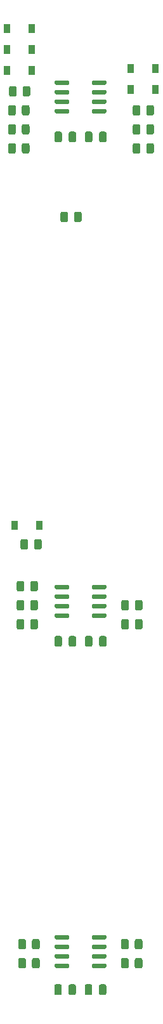
<source format=gbp>
G04 #@! TF.GenerationSoftware,KiCad,Pcbnew,6.0.5+dfsg-1~bpo11+1*
G04 #@! TF.CreationDate,2022-08-16T14:52:49+00:00*
G04 #@! TF.ProjectId,envelope_follower,656e7665-6c6f-4706-955f-666f6c6c6f77,0*
G04 #@! TF.SameCoordinates,Original*
G04 #@! TF.FileFunction,Paste,Bot*
G04 #@! TF.FilePolarity,Positive*
%FSLAX46Y46*%
G04 Gerber Fmt 4.6, Leading zero omitted, Abs format (unit mm)*
G04 Created by KiCad (PCBNEW 6.0.5+dfsg-1~bpo11+1) date 2022-08-16 14:52:49*
%MOMM*%
%LPD*%
G01*
G04 APERTURE LIST*
%ADD10R,0.900000X1.200000*%
G04 APERTURE END LIST*
G36*
G01*
X105050000Y-175745000D02*
X105050000Y-176045000D01*
G75*
G02*
X104900000Y-176195000I-150000J0D01*
G01*
X103250000Y-176195000D01*
G75*
G02*
X103100000Y-176045000I0J150000D01*
G01*
X103100000Y-175745000D01*
G75*
G02*
X103250000Y-175595000I150000J0D01*
G01*
X104900000Y-175595000D01*
G75*
G02*
X105050000Y-175745000I0J-150000D01*
G01*
G37*
G36*
G01*
X105050000Y-177015000D02*
X105050000Y-177315000D01*
G75*
G02*
X104900000Y-177465000I-150000J0D01*
G01*
X103250000Y-177465000D01*
G75*
G02*
X103100000Y-177315000I0J150000D01*
G01*
X103100000Y-177015000D01*
G75*
G02*
X103250000Y-176865000I150000J0D01*
G01*
X104900000Y-176865000D01*
G75*
G02*
X105050000Y-177015000I0J-150000D01*
G01*
G37*
G36*
G01*
X105050000Y-178285000D02*
X105050000Y-178585000D01*
G75*
G02*
X104900000Y-178735000I-150000J0D01*
G01*
X103250000Y-178735000D01*
G75*
G02*
X103100000Y-178585000I0J150000D01*
G01*
X103100000Y-178285000D01*
G75*
G02*
X103250000Y-178135000I150000J0D01*
G01*
X104900000Y-178135000D01*
G75*
G02*
X105050000Y-178285000I0J-150000D01*
G01*
G37*
G36*
G01*
X105050000Y-179555000D02*
X105050000Y-179855000D01*
G75*
G02*
X104900000Y-180005000I-150000J0D01*
G01*
X103250000Y-180005000D01*
G75*
G02*
X103100000Y-179855000I0J150000D01*
G01*
X103100000Y-179555000D01*
G75*
G02*
X103250000Y-179405000I150000J0D01*
G01*
X104900000Y-179405000D01*
G75*
G02*
X105050000Y-179555000I0J-150000D01*
G01*
G37*
G36*
G01*
X100100000Y-179555000D02*
X100100000Y-179855000D01*
G75*
G02*
X99950000Y-180005000I-150000J0D01*
G01*
X98300000Y-180005000D01*
G75*
G02*
X98150000Y-179855000I0J150000D01*
G01*
X98150000Y-179555000D01*
G75*
G02*
X98300000Y-179405000I150000J0D01*
G01*
X99950000Y-179405000D01*
G75*
G02*
X100100000Y-179555000I0J-150000D01*
G01*
G37*
G36*
G01*
X100100000Y-178285000D02*
X100100000Y-178585000D01*
G75*
G02*
X99950000Y-178735000I-150000J0D01*
G01*
X98300000Y-178735000D01*
G75*
G02*
X98150000Y-178585000I0J150000D01*
G01*
X98150000Y-178285000D01*
G75*
G02*
X98300000Y-178135000I150000J0D01*
G01*
X99950000Y-178135000D01*
G75*
G02*
X100100000Y-178285000I0J-150000D01*
G01*
G37*
G36*
G01*
X100100000Y-177015000D02*
X100100000Y-177315000D01*
G75*
G02*
X99950000Y-177465000I-150000J0D01*
G01*
X98300000Y-177465000D01*
G75*
G02*
X98150000Y-177315000I0J150000D01*
G01*
X98150000Y-177015000D01*
G75*
G02*
X98300000Y-176865000I150000J0D01*
G01*
X99950000Y-176865000D01*
G75*
G02*
X100100000Y-177015000I0J-150000D01*
G01*
G37*
G36*
G01*
X100100000Y-175745000D02*
X100100000Y-176045000D01*
G75*
G02*
X99950000Y-176195000I-150000J0D01*
G01*
X98300000Y-176195000D01*
G75*
G02*
X98150000Y-176045000I0J150000D01*
G01*
X98150000Y-175745000D01*
G75*
G02*
X98300000Y-175595000I150000J0D01*
G01*
X99950000Y-175595000D01*
G75*
G02*
X100100000Y-175745000I0J-150000D01*
G01*
G37*
G36*
G01*
X93063000Y-134562000D02*
X93063000Y-133662000D01*
G75*
G02*
X93313000Y-133412000I250000J0D01*
G01*
X93838000Y-133412000D01*
G75*
G02*
X94088000Y-133662000I0J-250000D01*
G01*
X94088000Y-134562000D01*
G75*
G02*
X93838000Y-134812000I-250000J0D01*
G01*
X93313000Y-134812000D01*
G75*
G02*
X93063000Y-134562000I0J250000D01*
G01*
G37*
G36*
G01*
X94888000Y-134562000D02*
X94888000Y-133662000D01*
G75*
G02*
X95138000Y-133412000I250000J0D01*
G01*
X95663000Y-133412000D01*
G75*
G02*
X95913000Y-133662000I0J-250000D01*
G01*
X95913000Y-134562000D01*
G75*
G02*
X95663000Y-134812000I-250000J0D01*
G01*
X95138000Y-134812000D01*
G75*
G02*
X94888000Y-134562000I0J250000D01*
G01*
G37*
G36*
G01*
X109883000Y-133662000D02*
X109883000Y-134562000D01*
G75*
G02*
X109633000Y-134812000I-250000J0D01*
G01*
X109108000Y-134812000D01*
G75*
G02*
X108858000Y-134562000I0J250000D01*
G01*
X108858000Y-133662000D01*
G75*
G02*
X109108000Y-133412000I250000J0D01*
G01*
X109633000Y-133412000D01*
G75*
G02*
X109883000Y-133662000I0J-250000D01*
G01*
G37*
G36*
G01*
X108058000Y-133662000D02*
X108058000Y-134562000D01*
G75*
G02*
X107808000Y-134812000I-250000J0D01*
G01*
X107283000Y-134812000D01*
G75*
G02*
X107033000Y-134562000I0J250000D01*
G01*
X107033000Y-133662000D01*
G75*
G02*
X107283000Y-133412000I250000J0D01*
G01*
X107808000Y-133412000D01*
G75*
G02*
X108058000Y-133662000I0J-250000D01*
G01*
G37*
G36*
G01*
X105082000Y-68613000D02*
X105082000Y-69563000D01*
G75*
G02*
X104832000Y-69813000I-250000J0D01*
G01*
X104332000Y-69813000D01*
G75*
G02*
X104082000Y-69563000I0J250000D01*
G01*
X104082000Y-68613000D01*
G75*
G02*
X104332000Y-68363000I250000J0D01*
G01*
X104832000Y-68363000D01*
G75*
G02*
X105082000Y-68613000I0J-250000D01*
G01*
G37*
G36*
G01*
X103182000Y-68613000D02*
X103182000Y-69563000D01*
G75*
G02*
X102932000Y-69813000I-250000J0D01*
G01*
X102432000Y-69813000D01*
G75*
G02*
X102182000Y-69563000I0J250000D01*
G01*
X102182000Y-68613000D01*
G75*
G02*
X102432000Y-68363000I250000J0D01*
G01*
X102932000Y-68363000D01*
G75*
G02*
X103182000Y-68613000I0J-250000D01*
G01*
G37*
G36*
G01*
X94793500Y-67622000D02*
X94793500Y-68522000D01*
G75*
G02*
X94543500Y-68772000I-250000J0D01*
G01*
X94018500Y-68772000D01*
G75*
G02*
X93768500Y-68522000I0J250000D01*
G01*
X93768500Y-67622000D01*
G75*
G02*
X94018500Y-67372000I250000J0D01*
G01*
X94543500Y-67372000D01*
G75*
G02*
X94793500Y-67622000I0J-250000D01*
G01*
G37*
G36*
G01*
X92968500Y-67622000D02*
X92968500Y-68522000D01*
G75*
G02*
X92718500Y-68772000I-250000J0D01*
G01*
X92193500Y-68772000D01*
G75*
G02*
X91943500Y-68522000I0J250000D01*
G01*
X91943500Y-67622000D01*
G75*
G02*
X92193500Y-67372000I250000J0D01*
G01*
X92718500Y-67372000D01*
G75*
G02*
X92968500Y-67622000I0J-250000D01*
G01*
G37*
G36*
G01*
X107013259Y-177260000D02*
X107013259Y-176360000D01*
G75*
G02*
X107263259Y-176110000I250000J0D01*
G01*
X107788259Y-176110000D01*
G75*
G02*
X108038259Y-176360000I0J-250000D01*
G01*
X108038259Y-177260000D01*
G75*
G02*
X107788259Y-177510000I-250000J0D01*
G01*
X107263259Y-177510000D01*
G75*
G02*
X107013259Y-177260000I0J250000D01*
G01*
G37*
G36*
G01*
X108838259Y-177260000D02*
X108838259Y-176360000D01*
G75*
G02*
X109088259Y-176110000I250000J0D01*
G01*
X109613259Y-176110000D01*
G75*
G02*
X109863259Y-176360000I0J-250000D01*
G01*
X109863259Y-177260000D01*
G75*
G02*
X109613259Y-177510000I-250000J0D01*
G01*
X109088259Y-177510000D01*
G75*
G02*
X108838259Y-177260000I0J250000D01*
G01*
G37*
G36*
G01*
X109883000Y-131122000D02*
X109883000Y-132022000D01*
G75*
G02*
X109633000Y-132272000I-250000J0D01*
G01*
X109108000Y-132272000D01*
G75*
G02*
X108858000Y-132022000I0J250000D01*
G01*
X108858000Y-131122000D01*
G75*
G02*
X109108000Y-130872000I250000J0D01*
G01*
X109633000Y-130872000D01*
G75*
G02*
X109883000Y-131122000I0J-250000D01*
G01*
G37*
G36*
G01*
X108058000Y-131122000D02*
X108058000Y-132022000D01*
G75*
G02*
X107808000Y-132272000I-250000J0D01*
G01*
X107283000Y-132272000D01*
G75*
G02*
X107033000Y-132022000I0J250000D01*
G01*
X107033000Y-131122000D01*
G75*
G02*
X107283000Y-130872000I250000J0D01*
G01*
X107808000Y-130872000D01*
G75*
G02*
X108058000Y-131122000I0J-250000D01*
G01*
G37*
D10*
X111632000Y-59944000D03*
X108332000Y-59944000D03*
G36*
G01*
X100998259Y-182405000D02*
X100998259Y-183355000D01*
G75*
G02*
X100748259Y-183605000I-250000J0D01*
G01*
X100248259Y-183605000D01*
G75*
G02*
X99998259Y-183355000I0J250000D01*
G01*
X99998259Y-182405000D01*
G75*
G02*
X100248259Y-182155000I250000J0D01*
G01*
X100748259Y-182155000D01*
G75*
G02*
X100998259Y-182405000I0J-250000D01*
G01*
G37*
G36*
G01*
X99098259Y-182405000D02*
X99098259Y-183355000D01*
G75*
G02*
X98848259Y-183605000I-250000J0D01*
G01*
X98348259Y-183605000D01*
G75*
G02*
X98098259Y-183355000I0J250000D01*
G01*
X98098259Y-182405000D01*
G75*
G02*
X98348259Y-182155000I250000J0D01*
G01*
X98848259Y-182155000D01*
G75*
G02*
X99098259Y-182405000I0J-250000D01*
G01*
G37*
G36*
G01*
X105050000Y-129009000D02*
X105050000Y-129309000D01*
G75*
G02*
X104900000Y-129459000I-150000J0D01*
G01*
X103250000Y-129459000D01*
G75*
G02*
X103100000Y-129309000I0J150000D01*
G01*
X103100000Y-129009000D01*
G75*
G02*
X103250000Y-128859000I150000J0D01*
G01*
X104900000Y-128859000D01*
G75*
G02*
X105050000Y-129009000I0J-150000D01*
G01*
G37*
G36*
G01*
X105050000Y-130279000D02*
X105050000Y-130579000D01*
G75*
G02*
X104900000Y-130729000I-150000J0D01*
G01*
X103250000Y-130729000D01*
G75*
G02*
X103100000Y-130579000I0J150000D01*
G01*
X103100000Y-130279000D01*
G75*
G02*
X103250000Y-130129000I150000J0D01*
G01*
X104900000Y-130129000D01*
G75*
G02*
X105050000Y-130279000I0J-150000D01*
G01*
G37*
G36*
G01*
X105050000Y-131549000D02*
X105050000Y-131849000D01*
G75*
G02*
X104900000Y-131999000I-150000J0D01*
G01*
X103250000Y-131999000D01*
G75*
G02*
X103100000Y-131849000I0J150000D01*
G01*
X103100000Y-131549000D01*
G75*
G02*
X103250000Y-131399000I150000J0D01*
G01*
X104900000Y-131399000D01*
G75*
G02*
X105050000Y-131549000I0J-150000D01*
G01*
G37*
G36*
G01*
X105050000Y-132819000D02*
X105050000Y-133119000D01*
G75*
G02*
X104900000Y-133269000I-150000J0D01*
G01*
X103250000Y-133269000D01*
G75*
G02*
X103100000Y-133119000I0J150000D01*
G01*
X103100000Y-132819000D01*
G75*
G02*
X103250000Y-132669000I150000J0D01*
G01*
X104900000Y-132669000D01*
G75*
G02*
X105050000Y-132819000I0J-150000D01*
G01*
G37*
G36*
G01*
X100100000Y-132819000D02*
X100100000Y-133119000D01*
G75*
G02*
X99950000Y-133269000I-150000J0D01*
G01*
X98300000Y-133269000D01*
G75*
G02*
X98150000Y-133119000I0J150000D01*
G01*
X98150000Y-132819000D01*
G75*
G02*
X98300000Y-132669000I150000J0D01*
G01*
X99950000Y-132669000D01*
G75*
G02*
X100100000Y-132819000I0J-150000D01*
G01*
G37*
G36*
G01*
X100100000Y-131549000D02*
X100100000Y-131849000D01*
G75*
G02*
X99950000Y-131999000I-150000J0D01*
G01*
X98300000Y-131999000D01*
G75*
G02*
X98150000Y-131849000I0J150000D01*
G01*
X98150000Y-131549000D01*
G75*
G02*
X98300000Y-131399000I150000J0D01*
G01*
X99950000Y-131399000D01*
G75*
G02*
X100100000Y-131549000I0J-150000D01*
G01*
G37*
G36*
G01*
X100100000Y-130279000D02*
X100100000Y-130579000D01*
G75*
G02*
X99950000Y-130729000I-150000J0D01*
G01*
X98300000Y-130729000D01*
G75*
G02*
X98150000Y-130579000I0J150000D01*
G01*
X98150000Y-130279000D01*
G75*
G02*
X98300000Y-130129000I150000J0D01*
G01*
X99950000Y-130129000D01*
G75*
G02*
X100100000Y-130279000I0J-150000D01*
G01*
G37*
G36*
G01*
X100100000Y-129009000D02*
X100100000Y-129309000D01*
G75*
G02*
X99950000Y-129459000I-150000J0D01*
G01*
X98300000Y-129459000D01*
G75*
G02*
X98150000Y-129309000I0J150000D01*
G01*
X98150000Y-129009000D01*
G75*
G02*
X98300000Y-128859000I150000J0D01*
G01*
X99950000Y-128859000D01*
G75*
G02*
X100100000Y-129009000I0J-150000D01*
G01*
G37*
G36*
G01*
X91943500Y-65982000D02*
X91943500Y-65082000D01*
G75*
G02*
X92193500Y-64832000I250000J0D01*
G01*
X92718500Y-64832000D01*
G75*
G02*
X92968500Y-65082000I0J-250000D01*
G01*
X92968500Y-65982000D01*
G75*
G02*
X92718500Y-66232000I-250000J0D01*
G01*
X92193500Y-66232000D01*
G75*
G02*
X91943500Y-65982000I0J250000D01*
G01*
G37*
G36*
G01*
X93768500Y-65982000D02*
X93768500Y-65082000D01*
G75*
G02*
X94018500Y-64832000I250000J0D01*
G01*
X94543500Y-64832000D01*
G75*
G02*
X94793500Y-65082000I0J-250000D01*
G01*
X94793500Y-65982000D01*
G75*
G02*
X94543500Y-66232000I-250000J0D01*
G01*
X94018500Y-66232000D01*
G75*
G02*
X93768500Y-65982000I0J250000D01*
G01*
G37*
G36*
G01*
X94793500Y-70162000D02*
X94793500Y-71062000D01*
G75*
G02*
X94543500Y-71312000I-250000J0D01*
G01*
X94018500Y-71312000D01*
G75*
G02*
X93768500Y-71062000I0J250000D01*
G01*
X93768500Y-70162000D01*
G75*
G02*
X94018500Y-69912000I250000J0D01*
G01*
X94543500Y-69912000D01*
G75*
G02*
X94793500Y-70162000I0J-250000D01*
G01*
G37*
G36*
G01*
X92968500Y-70162000D02*
X92968500Y-71062000D01*
G75*
G02*
X92718500Y-71312000I-250000J0D01*
G01*
X92193500Y-71312000D01*
G75*
G02*
X91943500Y-71062000I0J250000D01*
G01*
X91943500Y-70162000D01*
G75*
G02*
X92193500Y-69912000I250000J0D01*
G01*
X92718500Y-69912000D01*
G75*
G02*
X92968500Y-70162000I0J-250000D01*
G01*
G37*
G36*
G01*
X101755000Y-79306000D02*
X101755000Y-80206000D01*
G75*
G02*
X101505000Y-80456000I-250000J0D01*
G01*
X100980000Y-80456000D01*
G75*
G02*
X100730000Y-80206000I0J250000D01*
G01*
X100730000Y-79306000D01*
G75*
G02*
X100980000Y-79056000I250000J0D01*
G01*
X101505000Y-79056000D01*
G75*
G02*
X101755000Y-79306000I0J-250000D01*
G01*
G37*
G36*
G01*
X99930000Y-79306000D02*
X99930000Y-80206000D01*
G75*
G02*
X99680000Y-80456000I-250000J0D01*
G01*
X99155000Y-80456000D01*
G75*
G02*
X98905000Y-80206000I0J250000D01*
G01*
X98905000Y-79306000D01*
G75*
G02*
X99155000Y-79056000I250000J0D01*
G01*
X99680000Y-79056000D01*
G75*
G02*
X99930000Y-79306000I0J-250000D01*
G01*
G37*
X111632000Y-62738000D03*
X108332000Y-62738000D03*
G36*
G01*
X108557000Y-68522000D02*
X108557000Y-67622000D01*
G75*
G02*
X108807000Y-67372000I250000J0D01*
G01*
X109332000Y-67372000D01*
G75*
G02*
X109582000Y-67622000I0J-250000D01*
G01*
X109582000Y-68522000D01*
G75*
G02*
X109332000Y-68772000I-250000J0D01*
G01*
X108807000Y-68772000D01*
G75*
G02*
X108557000Y-68522000I0J250000D01*
G01*
G37*
G36*
G01*
X110382000Y-68522000D02*
X110382000Y-67622000D01*
G75*
G02*
X110632000Y-67372000I250000J0D01*
G01*
X111157000Y-67372000D01*
G75*
G02*
X111407000Y-67622000I0J-250000D01*
G01*
X111407000Y-68522000D01*
G75*
G02*
X111157000Y-68772000I-250000J0D01*
G01*
X110632000Y-68772000D01*
G75*
G02*
X110382000Y-68522000I0J250000D01*
G01*
G37*
X95122000Y-60198000D03*
X91822000Y-60198000D03*
G36*
G01*
X105062259Y-182405000D02*
X105062259Y-183355000D01*
G75*
G02*
X104812259Y-183605000I-250000J0D01*
G01*
X104312259Y-183605000D01*
G75*
G02*
X104062259Y-183355000I0J250000D01*
G01*
X104062259Y-182405000D01*
G75*
G02*
X104312259Y-182155000I250000J0D01*
G01*
X104812259Y-182155000D01*
G75*
G02*
X105062259Y-182405000I0J-250000D01*
G01*
G37*
G36*
G01*
X103162259Y-182405000D02*
X103162259Y-183355000D01*
G75*
G02*
X102912259Y-183605000I-250000J0D01*
G01*
X102412259Y-183605000D01*
G75*
G02*
X102162259Y-183355000I0J250000D01*
G01*
X102162259Y-182405000D01*
G75*
G02*
X102412259Y-182155000I250000J0D01*
G01*
X102912259Y-182155000D01*
G75*
G02*
X103162259Y-182405000I0J-250000D01*
G01*
G37*
G36*
G01*
X95913000Y-131122000D02*
X95913000Y-132022000D01*
G75*
G02*
X95663000Y-132272000I-250000J0D01*
G01*
X95138000Y-132272000D01*
G75*
G02*
X94888000Y-132022000I0J250000D01*
G01*
X94888000Y-131122000D01*
G75*
G02*
X95138000Y-130872000I250000J0D01*
G01*
X95663000Y-130872000D01*
G75*
G02*
X95913000Y-131122000I0J-250000D01*
G01*
G37*
G36*
G01*
X94088000Y-131122000D02*
X94088000Y-132022000D01*
G75*
G02*
X93838000Y-132272000I-250000J0D01*
G01*
X93313000Y-132272000D01*
G75*
G02*
X93063000Y-132022000I0J250000D01*
G01*
X93063000Y-131122000D01*
G75*
G02*
X93313000Y-130872000I250000J0D01*
G01*
X93838000Y-130872000D01*
G75*
G02*
X94088000Y-131122000I0J-250000D01*
G01*
G37*
G36*
G01*
X94897000Y-62542000D02*
X94897000Y-63442000D01*
G75*
G02*
X94647000Y-63692000I-250000J0D01*
G01*
X94122000Y-63692000D01*
G75*
G02*
X93872000Y-63442000I0J250000D01*
G01*
X93872000Y-62542000D01*
G75*
G02*
X94122000Y-62292000I250000J0D01*
G01*
X94647000Y-62292000D01*
G75*
G02*
X94897000Y-62542000I0J-250000D01*
G01*
G37*
G36*
G01*
X93072000Y-62542000D02*
X93072000Y-63442000D01*
G75*
G02*
X92822000Y-63692000I-250000J0D01*
G01*
X92297000Y-63692000D01*
G75*
G02*
X92047000Y-63442000I0J250000D01*
G01*
X92047000Y-62542000D01*
G75*
G02*
X92297000Y-62292000I250000J0D01*
G01*
X92822000Y-62292000D01*
G75*
G02*
X93072000Y-62542000I0J-250000D01*
G01*
G37*
G36*
G01*
X96147259Y-176360000D02*
X96147259Y-177260000D01*
G75*
G02*
X95897259Y-177510000I-250000J0D01*
G01*
X95372259Y-177510000D01*
G75*
G02*
X95122259Y-177260000I0J250000D01*
G01*
X95122259Y-176360000D01*
G75*
G02*
X95372259Y-176110000I250000J0D01*
G01*
X95897259Y-176110000D01*
G75*
G02*
X96147259Y-176360000I0J-250000D01*
G01*
G37*
G36*
G01*
X94322259Y-176360000D02*
X94322259Y-177260000D01*
G75*
G02*
X94072259Y-177510000I-250000J0D01*
G01*
X93547259Y-177510000D01*
G75*
G02*
X93297259Y-177260000I0J250000D01*
G01*
X93297259Y-176360000D01*
G75*
G02*
X93547259Y-176110000I250000J0D01*
G01*
X94072259Y-176110000D01*
G75*
G02*
X94322259Y-176360000I0J-250000D01*
G01*
G37*
X95122000Y-57404000D03*
X91822000Y-57404000D03*
G36*
G01*
X93297259Y-179800000D02*
X93297259Y-178900000D01*
G75*
G02*
X93547259Y-178650000I250000J0D01*
G01*
X94072259Y-178650000D01*
G75*
G02*
X94322259Y-178900000I0J-250000D01*
G01*
X94322259Y-179800000D01*
G75*
G02*
X94072259Y-180050000I-250000J0D01*
G01*
X93547259Y-180050000D01*
G75*
G02*
X93297259Y-179800000I0J250000D01*
G01*
G37*
G36*
G01*
X95122259Y-179800000D02*
X95122259Y-178900000D01*
G75*
G02*
X95372259Y-178650000I250000J0D01*
G01*
X95897259Y-178650000D01*
G75*
G02*
X96147259Y-178900000I0J-250000D01*
G01*
X96147259Y-179800000D01*
G75*
G02*
X95897259Y-180050000I-250000J0D01*
G01*
X95372259Y-180050000D01*
G75*
G02*
X95122259Y-179800000I0J250000D01*
G01*
G37*
G36*
G01*
X109863259Y-178900000D02*
X109863259Y-179800000D01*
G75*
G02*
X109613259Y-180050000I-250000J0D01*
G01*
X109088259Y-180050000D01*
G75*
G02*
X108838259Y-179800000I0J250000D01*
G01*
X108838259Y-178900000D01*
G75*
G02*
X109088259Y-178650000I250000J0D01*
G01*
X109613259Y-178650000D01*
G75*
G02*
X109863259Y-178900000I0J-250000D01*
G01*
G37*
G36*
G01*
X108038259Y-178900000D02*
X108038259Y-179800000D01*
G75*
G02*
X107788259Y-180050000I-250000J0D01*
G01*
X107263259Y-180050000D01*
G75*
G02*
X107013259Y-179800000I0J250000D01*
G01*
X107013259Y-178900000D01*
G75*
G02*
X107263259Y-178650000I250000J0D01*
G01*
X107788259Y-178650000D01*
G75*
G02*
X108038259Y-178900000I0J-250000D01*
G01*
G37*
G36*
G01*
X111407000Y-70162000D02*
X111407000Y-71062000D01*
G75*
G02*
X111157000Y-71312000I-250000J0D01*
G01*
X110632000Y-71312000D01*
G75*
G02*
X110382000Y-71062000I0J250000D01*
G01*
X110382000Y-70162000D01*
G75*
G02*
X110632000Y-69912000I250000J0D01*
G01*
X111157000Y-69912000D01*
G75*
G02*
X111407000Y-70162000I0J-250000D01*
G01*
G37*
G36*
G01*
X109582000Y-70162000D02*
X109582000Y-71062000D01*
G75*
G02*
X109332000Y-71312000I-250000J0D01*
G01*
X108807000Y-71312000D01*
G75*
G02*
X108557000Y-71062000I0J250000D01*
G01*
X108557000Y-70162000D01*
G75*
G02*
X108807000Y-69912000I250000J0D01*
G01*
X109332000Y-69912000D01*
G75*
G02*
X109582000Y-70162000I0J-250000D01*
G01*
G37*
X96138000Y-120904000D03*
X92838000Y-120904000D03*
G36*
G01*
X105050000Y-61699000D02*
X105050000Y-61999000D01*
G75*
G02*
X104900000Y-62149000I-150000J0D01*
G01*
X103250000Y-62149000D01*
G75*
G02*
X103100000Y-61999000I0J150000D01*
G01*
X103100000Y-61699000D01*
G75*
G02*
X103250000Y-61549000I150000J0D01*
G01*
X104900000Y-61549000D01*
G75*
G02*
X105050000Y-61699000I0J-150000D01*
G01*
G37*
G36*
G01*
X105050000Y-62969000D02*
X105050000Y-63269000D01*
G75*
G02*
X104900000Y-63419000I-150000J0D01*
G01*
X103250000Y-63419000D01*
G75*
G02*
X103100000Y-63269000I0J150000D01*
G01*
X103100000Y-62969000D01*
G75*
G02*
X103250000Y-62819000I150000J0D01*
G01*
X104900000Y-62819000D01*
G75*
G02*
X105050000Y-62969000I0J-150000D01*
G01*
G37*
G36*
G01*
X105050000Y-64239000D02*
X105050000Y-64539000D01*
G75*
G02*
X104900000Y-64689000I-150000J0D01*
G01*
X103250000Y-64689000D01*
G75*
G02*
X103100000Y-64539000I0J150000D01*
G01*
X103100000Y-64239000D01*
G75*
G02*
X103250000Y-64089000I150000J0D01*
G01*
X104900000Y-64089000D01*
G75*
G02*
X105050000Y-64239000I0J-150000D01*
G01*
G37*
G36*
G01*
X105050000Y-65509000D02*
X105050000Y-65809000D01*
G75*
G02*
X104900000Y-65959000I-150000J0D01*
G01*
X103250000Y-65959000D01*
G75*
G02*
X103100000Y-65809000I0J150000D01*
G01*
X103100000Y-65509000D01*
G75*
G02*
X103250000Y-65359000I150000J0D01*
G01*
X104900000Y-65359000D01*
G75*
G02*
X105050000Y-65509000I0J-150000D01*
G01*
G37*
G36*
G01*
X100100000Y-65509000D02*
X100100000Y-65809000D01*
G75*
G02*
X99950000Y-65959000I-150000J0D01*
G01*
X98300000Y-65959000D01*
G75*
G02*
X98150000Y-65809000I0J150000D01*
G01*
X98150000Y-65509000D01*
G75*
G02*
X98300000Y-65359000I150000J0D01*
G01*
X99950000Y-65359000D01*
G75*
G02*
X100100000Y-65509000I0J-150000D01*
G01*
G37*
G36*
G01*
X100100000Y-64239000D02*
X100100000Y-64539000D01*
G75*
G02*
X99950000Y-64689000I-150000J0D01*
G01*
X98300000Y-64689000D01*
G75*
G02*
X98150000Y-64539000I0J150000D01*
G01*
X98150000Y-64239000D01*
G75*
G02*
X98300000Y-64089000I150000J0D01*
G01*
X99950000Y-64089000D01*
G75*
G02*
X100100000Y-64239000I0J-150000D01*
G01*
G37*
G36*
G01*
X100100000Y-62969000D02*
X100100000Y-63269000D01*
G75*
G02*
X99950000Y-63419000I-150000J0D01*
G01*
X98300000Y-63419000D01*
G75*
G02*
X98150000Y-63269000I0J150000D01*
G01*
X98150000Y-62969000D01*
G75*
G02*
X98300000Y-62819000I150000J0D01*
G01*
X99950000Y-62819000D01*
G75*
G02*
X100100000Y-62969000I0J-150000D01*
G01*
G37*
G36*
G01*
X100100000Y-61699000D02*
X100100000Y-61999000D01*
G75*
G02*
X99950000Y-62149000I-150000J0D01*
G01*
X98300000Y-62149000D01*
G75*
G02*
X98150000Y-61999000I0J150000D01*
G01*
X98150000Y-61699000D01*
G75*
G02*
X98300000Y-61549000I150000J0D01*
G01*
X99950000Y-61549000D01*
G75*
G02*
X100100000Y-61699000I0J-150000D01*
G01*
G37*
G36*
G01*
X108557000Y-65982000D02*
X108557000Y-65082000D01*
G75*
G02*
X108807000Y-64832000I250000J0D01*
G01*
X109332000Y-64832000D01*
G75*
G02*
X109582000Y-65082000I0J-250000D01*
G01*
X109582000Y-65982000D01*
G75*
G02*
X109332000Y-66232000I-250000J0D01*
G01*
X108807000Y-66232000D01*
G75*
G02*
X108557000Y-65982000I0J250000D01*
G01*
G37*
G36*
G01*
X110382000Y-65982000D02*
X110382000Y-65082000D01*
G75*
G02*
X110632000Y-64832000I250000J0D01*
G01*
X111157000Y-64832000D01*
G75*
G02*
X111407000Y-65082000I0J-250000D01*
G01*
X111407000Y-65982000D01*
G75*
G02*
X111157000Y-66232000I-250000J0D01*
G01*
X110632000Y-66232000D01*
G75*
G02*
X110382000Y-65982000I0J250000D01*
G01*
G37*
X95122000Y-54610000D03*
X91822000Y-54610000D03*
G36*
G01*
X101018000Y-135923000D02*
X101018000Y-136873000D01*
G75*
G02*
X100768000Y-137123000I-250000J0D01*
G01*
X100268000Y-137123000D01*
G75*
G02*
X100018000Y-136873000I0J250000D01*
G01*
X100018000Y-135923000D01*
G75*
G02*
X100268000Y-135673000I250000J0D01*
G01*
X100768000Y-135673000D01*
G75*
G02*
X101018000Y-135923000I0J-250000D01*
G01*
G37*
G36*
G01*
X99118000Y-135923000D02*
X99118000Y-136873000D01*
G75*
G02*
X98868000Y-137123000I-250000J0D01*
G01*
X98368000Y-137123000D01*
G75*
G02*
X98118000Y-136873000I0J250000D01*
G01*
X98118000Y-135923000D01*
G75*
G02*
X98368000Y-135673000I250000J0D01*
G01*
X98868000Y-135673000D01*
G75*
G02*
X99118000Y-135923000I0J-250000D01*
G01*
G37*
G36*
G01*
X95913000Y-128582000D02*
X95913000Y-129482000D01*
G75*
G02*
X95663000Y-129732000I-250000J0D01*
G01*
X95138000Y-129732000D01*
G75*
G02*
X94888000Y-129482000I0J250000D01*
G01*
X94888000Y-128582000D01*
G75*
G02*
X95138000Y-128332000I250000J0D01*
G01*
X95663000Y-128332000D01*
G75*
G02*
X95913000Y-128582000I0J-250000D01*
G01*
G37*
G36*
G01*
X94088000Y-128582000D02*
X94088000Y-129482000D01*
G75*
G02*
X93838000Y-129732000I-250000J0D01*
G01*
X93313000Y-129732000D01*
G75*
G02*
X93063000Y-129482000I0J250000D01*
G01*
X93063000Y-128582000D01*
G75*
G02*
X93313000Y-128332000I250000J0D01*
G01*
X93838000Y-128332000D01*
G75*
G02*
X94088000Y-128582000I0J-250000D01*
G01*
G37*
G36*
G01*
X101018000Y-68613000D02*
X101018000Y-69563000D01*
G75*
G02*
X100768000Y-69813000I-250000J0D01*
G01*
X100268000Y-69813000D01*
G75*
G02*
X100018000Y-69563000I0J250000D01*
G01*
X100018000Y-68613000D01*
G75*
G02*
X100268000Y-68363000I250000J0D01*
G01*
X100768000Y-68363000D01*
G75*
G02*
X101018000Y-68613000I0J-250000D01*
G01*
G37*
G36*
G01*
X99118000Y-68613000D02*
X99118000Y-69563000D01*
G75*
G02*
X98868000Y-69813000I-250000J0D01*
G01*
X98368000Y-69813000D01*
G75*
G02*
X98118000Y-69563000I0J250000D01*
G01*
X98118000Y-68613000D01*
G75*
G02*
X98368000Y-68363000I250000J0D01*
G01*
X98868000Y-68363000D01*
G75*
G02*
X99118000Y-68613000I0J-250000D01*
G01*
G37*
G36*
G01*
X96421000Y-122994000D02*
X96421000Y-123894000D01*
G75*
G02*
X96171000Y-124144000I-250000J0D01*
G01*
X95646000Y-124144000D01*
G75*
G02*
X95396000Y-123894000I0J250000D01*
G01*
X95396000Y-122994000D01*
G75*
G02*
X95646000Y-122744000I250000J0D01*
G01*
X96171000Y-122744000D01*
G75*
G02*
X96421000Y-122994000I0J-250000D01*
G01*
G37*
G36*
G01*
X94596000Y-122994000D02*
X94596000Y-123894000D01*
G75*
G02*
X94346000Y-124144000I-250000J0D01*
G01*
X93821000Y-124144000D01*
G75*
G02*
X93571000Y-123894000I0J250000D01*
G01*
X93571000Y-122994000D01*
G75*
G02*
X93821000Y-122744000I250000J0D01*
G01*
X94346000Y-122744000D01*
G75*
G02*
X94596000Y-122994000I0J-250000D01*
G01*
G37*
G36*
G01*
X105082000Y-135923000D02*
X105082000Y-136873000D01*
G75*
G02*
X104832000Y-137123000I-250000J0D01*
G01*
X104332000Y-137123000D01*
G75*
G02*
X104082000Y-136873000I0J250000D01*
G01*
X104082000Y-135923000D01*
G75*
G02*
X104332000Y-135673000I250000J0D01*
G01*
X104832000Y-135673000D01*
G75*
G02*
X105082000Y-135923000I0J-250000D01*
G01*
G37*
G36*
G01*
X103182000Y-135923000D02*
X103182000Y-136873000D01*
G75*
G02*
X102932000Y-137123000I-250000J0D01*
G01*
X102432000Y-137123000D01*
G75*
G02*
X102182000Y-136873000I0J250000D01*
G01*
X102182000Y-135923000D01*
G75*
G02*
X102432000Y-135673000I250000J0D01*
G01*
X102932000Y-135673000D01*
G75*
G02*
X103182000Y-135923000I0J-250000D01*
G01*
G37*
M02*

</source>
